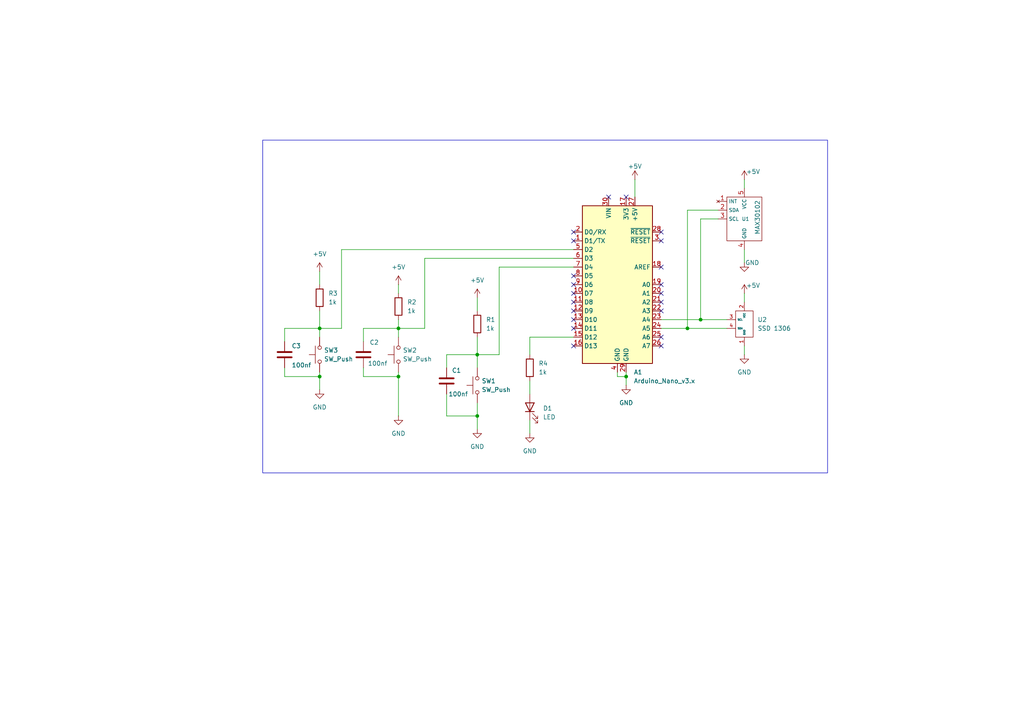
<source format=kicad_sch>
(kicad_sch (version 20231120) (generator "eeschema") (generator_version "8.0")
  (paper "A4")
  (title_block (title "PCB Design") (date "2025-02-14") (comment 3 "PAWANKUMAR  RVISHWAKARMA"))
  (lib_symbols
    (symbol "Device:C" (pin_numbers hide) (pin_names (offset 0.254))
      (property "Reference" "C" (at 0.635 2.54 0))
      (property "Value" "C" (at 0.635 -2.54 0))
      (symbol "C_0_1"
        (polyline (pts (xy -2.032 -0.762) (xy 2.032 -0.762)) (stroke (width 0.508)))
        (polyline (pts (xy -2.032 0.762) (xy 2.032 0.762)) (stroke (width 0.508)))
      )
      (symbol "C_1_1"
        (pin passive line (at 0 3.81 270) (length 2.794) (name "~") (number "1"))
        (pin passive line (at 0 -3.81 90) (length 2.794) (name "~") (number "2"))
      )
    )
    (symbol "Device:LED" (pin_numbers hide) (pin_names (offset 1.016) hide)
      (property "Reference" "D" (at 0 2.54 0))
      (property "Value" "LED" (at 0 -2.54 0))
      (symbol "LED_0_1"
        (polyline (pts (xy -1.27 -1.27) (xy -1.27 1.27)) (stroke (width 0.254)))
        (polyline (pts (xy -1.27 0) (xy 1.27 0)))
        (polyline (pts (xy 1.27 -1.27) (xy 1.27 1.27) (xy -1.27 0) (xy 1.27 -1.27)) (stroke (width 0.254)))
        (polyline (pts (xy -3.048 -0.762) (xy -4.572 -2.286) (xy -3.81 -2.286) (xy -4.572 -2.286) (xy -4.572 -1.524)))
        (polyline (pts (xy -1.778 -0.762) (xy -3.302 -2.286) (xy -2.54 -2.286) (xy -3.302 -2.286) (xy -3.302 -1.524)))
      )
      (symbol "LED_1_1"
        (pin passive line (at -3.81 0 0) (length 2.54) (name "K") (number "1"))
        (pin passive line (at 3.81 0 180) (length 2.54) (name "A") (number "2"))
      )
    )
    (symbol "Device:R" (pin_numbers hide) (pin_names (offset 0))
      (property "Reference" "R" (at 2.032 0 90))
      (property "Value" "R" (at 0 0 90))
      (symbol "R_0_1"
        (rectangle (start -1.016 -2.54) (end 1.016 2.54) (stroke (width 0.254)))
      )
      (symbol "R_1_1"
        (pin passive line (at 0 3.81 270) (length 1.27) (name "~") (number "1"))
        (pin passive line (at 0 -3.81 90) (length 1.27) (name "~") (number "2"))
      )
    )
    (symbol "MCU_Module:Arduino_Nano_v3.x"
      (property "Reference" "A" (at -10.16 23.495 0))
      (property "Value" "Arduino_Nano_v3.x" (at 5.08 -24.13 0))
      (symbol "Arduino_Nano_v3.x_0_1"
        (rectangle (start -10.16 22.86) (end 10.16 -22.86) (stroke (width 0.254)) (fill (type background)))
      )
      (symbol "Arduino_Nano_v3.x_1_1"
        (pin bidirectional line (at -12.7 12.7 0) (length 2.54) (name "D1/TX") (number "1"))
        (pin bidirectional line (at -12.7 -2.54 0) (length 2.54) (name "D7") (number "10"))
        (pin bidirectional line (at -12.7 -5.08 0) (length 2.54) (name "D8") (number "11"))
        (pin bidirectional line (at -12.7 -7.62 0) (length 2.54) (name "D9") (number "12"))
        (pin bidirectional line (at -12.7 -10.16 0) (length 2.54) (name "D10") (number "13"))
        (pin bidirectional line (at -12.7 -12.7 0) (length 2.54) (name "D11") (number "14"))
        (pin bidirectional line (at -12.7 -15.24 0) (length 2.54) (name "D12") (number "15"))
        (pin bidirectional line (at -12.7 -17.78 0) (length 2.54) (name "D13") (number "16"))
        (pin power_out line (at 2.54 25.4 270) (length 2.54) (name "3V3") (number "17"))
        (pin input line (at 12.7 5.08 180) (length 2.54) (name "AREF") (number "18"))
        (pin bidirectional line (at 12.7 0 180) (length 2.54) (name "A0") (number "19"))
        (pin bidirectional line (at -12.7 15.24 0) (length 2.54) (name "D0/RX") (number "2"))
        (pin bidirectional line (at 12.7 -2.54 180) (length 2.54) (name "A1") (number "20"))
        (pin bidirectional line (at 12.7 -5.08 180) (length 2.54) (name "A2") (number "21"))
        (pin bidirectional line (at 12.7 -7.62 180) (length 2.54) (name "A3") (number "22"))
        (pin bidirectional line (at 12.7 -10.16 180) (length 2.54) (name "A4") (number "23"))
        (pin bidirectional line (at 12.7 -12.7 180) (length 2.54) (name "A5") (number "24"))
        (pin bidirectional line (at 12.7 -15.24 180) (length 2.54) (name "A6") (number "25"))
        (pin bidirectional line (at 12.7 -17.78 180) (length 2.54) (name "A7") (number "26"))
        (pin power_out line (at 5.08 25.4 270) (length 2.54) (name "+5V") (number "27"))
        (pin input line (at 12.7 15.24 180) (length 2.54) (name "~{RESET}") (number "28"))
        (pin power_in line (at 2.54 -25.4 90) (length 2.54) (name "GND") (number "29"))
        (pin input line (at 12.7 12.7 180) (length 2.54) (name "~{RESET}") (number "3"))
        (pin power_in line (at -2.54 25.4 270) (length 2.54) (name "VIN") (number "30"))
        (pin power_in line (at 0 -25.4 90) (length 2.54) (name "GND") (number "4"))
        (pin bidirectional line (at -12.7 10.16 0) (length 2.54) (name "D2") (number "5"))
        (pin bidirectional line (at -12.7 7.62 0) (length 2.54) (name "D3") (number "6"))
        (pin bidirectional line (at -12.7 5.08 0) (length 2.54) (name "D4") (number "7"))
        (pin bidirectional line (at -12.7 2.54 0) (length 2.54) (name "D5") (number "8"))
        (pin bidirectional line (at -12.7 0 0) (length 2.54) (name "D6") (number "9"))
      )
    )
    (symbol "SPO2_stuff:MAX30102_Module"
      (property "Reference" "U" (at 0 0 0))
      (property "Value" "MAX30102" (at 3.302 -0.254 90))
      (symbol "MAX30102_Module_1_1"
        (rectangle (start -5.08 6.35) (end 5.08 -6.35))
        (pin no_connect line (at -7.62 5.08 0) (length 2.54) (name "INT") (number "1"))
        (pin bidirectional line (at -7.62 2.54 0) (length 2.54) (name "SDA") (number "2"))
        (pin input line (at -7.62 0 0) (length 2.54) (name "SCL") (number "3"))
        (pin power_in line (at 0 -8.89 90) (length 2.54) (name "GND") (number "4"))
        (pin power_in line (at 0 8.89 270) (length 2.54) (name "VCC") (number "5"))
      )
    )
    (symbol "SPO2_stuff:SSD1306"
      (property "Reference" "U" (at 0 0 0))
      (property "Value" "SSD 1306" (at 7.366 0 0))
      (symbol "SSD1306_0_1"
        (rectangle (start -2.54 3.81) (end 2.54 -3.81))
      )
      (symbol "SSD1306_1_1"
        (pin power_in line (at 0 -6.35 90) (length 2.54) (name "GND") (number "1"))
        (pin power_in line (at 0 6.35 270) (length 2.54) (name "VCC") (number "2"))
        (pin input line (at -5.08 1.27 0) (length 2.54) (name "SCL") (number "3"))
        (pin bidirectional line (at -5.08 -1.27 0) (length 2.54) (name "SDA") (number "4"))
      )
    )
    (symbol "Switch:SW_Push" (pin_numbers hide) (pin_names (offset 1.016) hide)
      (property "Reference" "SW" (at 1.27 2.54 0))
      (property "Value" "SW_Push" (at 0 -1.524 0))
      (symbol "SW_Push_0_1"
        (circle (center -2.032 0) (radius 0.508))
        (polyline (pts (xy 0 1.27) (xy 0 3.048)))
        (polyline (pts (xy 2.54 1.27) (xy -2.54 1.27)))
        (circle (center 2.032 0) (radius 0.508))
        (pin passive line (at -5.08 0 0) (length 2.54) (name "1") (number "1"))
        (pin passive line (at 5.08 0 180) (length 2.54) (name "2") (number "2"))
      )
    )
    (symbol "power:+5V" (power) (pin_numbers hide) (pin_names (offset 0) hide)
      (property "Value" "+5V" (at 0 3.556 0))
      (symbol "+5V_0_1"
        (polyline (pts (xy -0.762 1.27) (xy 0 2.54)))
        (polyline (pts (xy 0 0) (xy 0 2.54)))
        (polyline (pts (xy 0 2.54) (xy 0.762 1.27)))
      )
      (symbol "+5V_1_1"
        (pin power_in line (at 0 0 90) (length 0) (name "~") (number "1"))
      )
    )
    (symbol "power:GND" (power) (pin_numbers hide) (pin_names (offset 0) hide)
      (property "Value" "GND" (at 0 -3.81 0))
      (symbol "GND_0_1"
        (polyline (pts (xy 0 0) (xy 0 -1.27) (xy 1.27 -1.27) (xy 0 -2.54) (xy -1.27 -1.27) (xy 0 -1.27)))
      )
      (symbol "GND_1_1"
        (pin power_in line (at 0 0 270) (length 0) (name "~") (number "1"))
      )
    )
  )
  (junction (at 138.43 102.87))
  (junction (at 199.39 95.25))
  (junction (at 115.57 109.22))
  (junction (at 203.2 92.71))
  (junction (at 115.57 95.25))
  (junction (at 92.71 95.25))
  (junction (at 138.43 120.65))
  (junction (at 92.71 109.22))
  (junction (at 181.61 109.22))
  (no_connect (at 166.37 87.63))
  (no_connect (at 191.77 77.47))
  (no_connect (at 166.37 82.55))
  (no_connect (at 191.77 67.31))
  (no_connect (at 176.53 57.15))
  (no_connect (at 166.37 95.25))
  (no_connect (at 166.37 92.71))
  (no_connect (at 166.37 100.33))
  (no_connect (at 191.77 97.79))
  (no_connect (at 191.77 87.63))
  (no_connect (at 166.37 85.09))
  (no_connect (at 191.77 85.09))
  (no_connect (at 166.37 67.31))
  (no_connect (at 191.77 69.85))
  (no_connect (at 166.37 90.17))
  (no_connect (at 166.37 69.85))
  (no_connect (at 181.61 57.15))
  (no_connect (at 166.37 80.01))
  (no_connect (at 191.77 90.17))
  (no_connect (at 191.77 100.33))
  (no_connect (at 191.77 82.55))
  (wire (pts (xy 153.67 121.92) (xy 153.67 125.73)))
  (wire (pts (xy 129.54 114.3) (xy 129.54 120.65)))
  (wire (pts (xy 105.41 106.68) (xy 105.41 109.22)))
  (wire (pts (xy 82.55 106.68) (xy 82.55 109.22)))
  (wire (pts (xy 115.57 95.25) (xy 123.19 95.25)))
  (wire (pts (xy 153.67 110.49) (xy 153.67 114.3)))
  (wire (pts (xy 115.57 95.25) (xy 115.57 97.79)))
  (wire (pts (xy 92.71 95.25) (xy 99.06 95.25)))
  (wire (pts (xy 181.61 107.95) (xy 181.61 109.22)))
  (wire (pts (xy 129.54 106.68) (xy 129.54 102.87)))
  (wire (pts (xy 115.57 109.22) (xy 115.57 120.65)))
  (wire (pts (xy 203.2 63.5) (xy 203.2 92.71)))
  (wire (pts (xy 203.2 92.71) (xy 210.82 92.71)))
  (wire (pts (xy 215.9 85.09) (xy 215.9 87.63)))
  (wire (pts (xy 179.07 109.22) (xy 181.61 109.22)))
  (wire (pts (xy 215.9 54.61) (xy 215.9 52.07)))
  (wire (pts (xy 138.43 102.87) (xy 144.78 102.87)))
  (wire (pts (xy 181.61 109.22) (xy 181.61 111.76)))
  (wire (pts (xy 92.71 90.17) (xy 92.71 95.25)))
  (wire (pts (xy 138.43 90.17) (xy 138.43 86.36)))
  (wire (pts (xy 92.71 107.95) (xy 92.71 109.22)))
  (wire (pts (xy 115.57 82.55) (xy 115.57 85.09)))
  (wire (pts (xy 215.9 72.39) (xy 215.9 76.2)))
  (wire (pts (xy 99.06 95.25) (xy 99.06 72.39)))
  (wire (pts (xy 191.77 95.25) (xy 199.39 95.25)))
  (wire (pts (xy 92.71 78.74) (xy 92.71 82.55)))
  (wire (pts (xy 92.71 95.25) (xy 92.71 97.79)))
  (wire (pts (xy 208.28 63.5) (xy 203.2 63.5)))
  (wire (pts (xy 153.67 97.79) (xy 153.67 102.87)))
  (wire (pts (xy 144.78 77.47) (xy 166.37 77.47)))
  (wire (pts (xy 82.55 95.25) (xy 92.71 95.25)))
  (wire (pts (xy 105.41 109.22) (xy 115.57 109.22)))
  (wire (pts (xy 129.54 102.87) (xy 138.43 102.87)))
  (wire (pts (xy 123.19 95.25) (xy 123.19 74.93)))
  (wire (pts (xy 166.37 97.79) (xy 153.67 97.79)))
  (wire (pts (xy 105.41 95.25) (xy 115.57 95.25)))
  (wire (pts (xy 215.9 100.33) (xy 215.9 102.87)))
  (wire (pts (xy 138.43 97.79) (xy 138.43 102.87)))
  (wire (pts (xy 82.55 109.22) (xy 92.71 109.22)))
  (wire (pts (xy 129.54 120.65) (xy 138.43 120.65)))
  (wire (pts (xy 138.43 120.65) (xy 138.43 124.46)))
  (wire (pts (xy 184.15 52.07) (xy 184.15 57.15)))
  (wire (pts (xy 82.55 99.06) (xy 82.55 95.25)))
  (wire (pts (xy 138.43 116.84) (xy 138.43 120.65)))
  (wire (pts (xy 99.06 72.39) (xy 166.37 72.39)))
  (wire (pts (xy 92.71 109.22) (xy 92.71 113.03)))
  (wire (pts (xy 179.07 107.95) (xy 179.07 109.22)))
  (wire (pts (xy 199.39 95.25) (xy 210.82 95.25)))
  (wire (pts (xy 115.57 92.71) (xy 115.57 95.25)))
  (wire (pts (xy 199.39 60.96) (xy 199.39 95.25)))
  (wire (pts (xy 123.19 74.93) (xy 166.37 74.93)))
  (wire (pts (xy 115.57 107.95) (xy 115.57 109.22)))
  (wire (pts (xy 191.77 92.71) (xy 203.2 92.71)))
  (wire (pts (xy 138.43 102.87) (xy 138.43 106.68)))
  (wire (pts (xy 105.41 99.06) (xy 105.41 95.25)))
  (wire (pts (xy 208.28 60.96) (xy 199.39 60.96)))
  (wire (pts (xy 144.78 102.87) (xy 144.78 77.47)))
  (rectangle (start 76.2 40.64) (end 240.03 137.16))
  (symbol (lib_id "Device:R") (at 92.71 86.36 0) (unit 1)
    (property "Reference" "R3" (at 95.25 85.0899 0) (effects (justify left)))
    (property "Value" "1k" (at 95.25 87.6299 0) (effects (justify left)))
    (property "Footprint" "Resistor_THT:R_Axial_DIN0207_L6.3mm_D2.5mm_P15.24mm_Horizontal" (effects (hide yes)))
    (property "Description" "Resistor" (effects (hide yes)))
  )
  (symbol (lib_id "power:GND") (at 153.67 125.73 0) (unit 1)
    (property "Reference" "#PWR09" (effects (hide yes)))
    (property "Value" "GND" (at 153.67 130.81 0))
    (property "Description" "Power symbol creates a global label with name \"GND\" , ground" (effects (hide yes)))
  )
  (symbol (lib_id "SPO2_stuff:MAX30102_Module") (at 215.9 63.5 0) (unit 1)
    (property "Reference" "U1" (at 215.138 63.5 0) (effects (font (size 1.016 1.016)) (justify left)))
    (property "Value" "MAX30102" (at 219.71 68.072 90) (effects (justify left)))
    (property "Footprint" "SPO2_stuff:MAX30102" (effects (hide yes)))
  )
  (symbol (lib_id "Switch:SW_Push") (at 92.71 102.87 90) (unit 1)
    (property "Reference" "SW3" (at 93.98 101.5999 90) (effects (justify right)))
    (property "Value" "SW_Push" (at 93.98 104.1399 90) (effects (justify right)))
    (property "Footprint" "Button_Switch_THT:SW_PUSH_6mm" (effects (hide yes)))
    (property "Description" "Push button switch, generic, two pins" (effects (hide yes)))
  )
  (symbol (lib_id "Device:C") (at 82.55 102.87 0) (unit 1)
    (property "Reference" "C3" (at 84.582 100.33 0) (effects (justify left)))
    (property "Value" "100nf" (at 84.582 105.918 0) (effects (justify left)))
    (property "Footprint" "Capacitor_THT:C_Disc_D5.0mm_W2.5mm_P2.50mm" (effects (hide yes)))
    (property "Description" "Unpolarized capacitor" (effects (hide yes)))
  )
  (symbol (lib_id "power:+5V") (at 92.71 78.74 0) (unit 1)
    (property "Reference" "#PWR07" (effects (hide yes)))
    (property "Value" "+5V" (at 92.71 73.66 0))
    (property "Description" "Power symbol creates a global label with name \"+5V\"" (effects (hide yes)))
  )
  (symbol (lib_id "power:GND") (at 181.61 111.76 0) (unit 1)
    (property "Reference" "#PWR01" (effects (hide yes)))
    (property "Value" "GND" (at 181.61 116.84 0))
    (property "Description" "Power symbol creates a global label with name \"GND\" , ground" (effects (hide yes)))
  )
  (symbol (lib_id "power:+5V") (at 184.15 52.07 0) (unit 1)
    (property "Reference" "#PWR02" (effects (hide yes)))
    (property "Value" "+5V" (at 184.15 48.26 0))
    (property "Description" "Power symbol creates a global label with name \"+5V\"" (effects (hide yes)))
  )
  (symbol (lib_id "power:+5V") (at 215.9 85.09 0) (unit 1)
    (property "Reference" "#PWR013" (effects (hide yes)))
    (property "Value" "+5V" (at 218.44 82.804 0))
    (property "Description" "Power symbol creates a global label with name \"+5V\"" (effects (hide yes)))
  )
  (symbol (lib_id "Device:R") (at 153.67 106.68 0) (unit 1)
    (property "Reference" "R4" (at 156.21 105.4099 0) (effects (justify left)))
    (property "Value" "1k" (at 156.21 107.9499 0) (effects (justify left)))
    (property "Footprint" "Resistor_THT:R_Axial_DIN0207_L6.3mm_D2.5mm_P15.24mm_Horizontal" (effects (hide yes)))
    (property "Description" "Resistor" (effects (hide yes)))
  )
  (symbol (lib_id "Device:R") (at 138.43 93.98 0) (unit 1)
    (property "Reference" "R1" (at 140.97 92.7099 0) (effects (justify left)))
    (property "Value" "1k" (at 140.97 95.2499 0) (effects (justify left)))
    (property "Footprint" "Resistor_THT:R_Axial_DIN0207_L6.3mm_D2.5mm_P15.24mm_Horizontal" (effects (hide yes)))
    (property "Description" "Resistor" (effects (hide yes)))
  )
  (symbol (lib_id "Device:C") (at 129.54 110.49 0) (unit 1)
    (property "Reference" "C1" (at 131.064 107.442 0) (effects (justify left)))
    (property "Value" "100nf" (at 130.048 114.3 0) (effects (justify left)))
    (property "Footprint" "Capacitor_THT:C_Disc_D5.0mm_W2.5mm_P2.50mm" (effects (hide yes)))
    (property "Description" "Unpolarized capacitor" (effects (hide yes)))
  )
  (symbol (lib_id "Device:LED") (at 153.67 118.11 90) (unit 1)
    (property "Reference" "D1" (at 157.48 118.4274 90) (effects (justify right)))
    (property "Value" "LED" (at 157.48 120.9674 90) (effects (justify right)))
    (property "Footprint" "LED_THT:LED_D4.0mm" (effects (hide yes)))
    (property "Description" "Light emitting diode" (effects (hide yes)))
  )
  (symbol (lib_id "Device:C") (at 105.41 102.87 0) (unit 1)
    (property "Reference" "C2" (at 107.188 99.314 0) (effects (justify left)))
    (property "Value" "100nf" (at 106.68 105.41 0) (effects (justify left)))
    (property "Footprint" "Capacitor_THT:C_Disc_D5.0mm_W2.5mm_P2.50mm" (effects (hide yes)))
    (property "Description" "Unpolarized capacitor" (effects (hide yes)))
  )
  (symbol (lib_id "SPO2_stuff:SSD1306") (at 215.9 93.98 0) (unit 1)
    (property "Reference" "U2" (at 219.71 92.7099 0) (effects (justify left)))
    (property "Value" "SSD 1306" (at 219.71 95.2499 0) (effects (justify left)))
    (property "Footprint" "SPO2_stuff:SSD1306" (effects (hide yes)))
  )
  (symbol (lib_id "MCU_Module:Arduino_Nano_v3.x") (at 179.07 82.55 0) (unit 1)
    (property "Reference" "A1" (at 183.8041 107.95 0) (effects (justify left)))
    (property "Value" "Arduino_Nano_v3.x" (at 183.8041 110.49 0) (effects (justify left)))
    (property "Footprint" "Module:Arduino_Nano" (effects (hide yes)))
    (property "Datasheet" "http://www.mouser.com/pdfdocs/Gravitech_Arduino_Nano3_0.pdf" (effects (hide yes)))
    (property "Description" "Arduino Nano v3.x" (effects (hide yes)))
  )
  (symbol (lib_id "Switch:SW_Push") (at 138.43 111.76 90) (unit 1)
    (property "Reference" "SW1" (at 139.7 110.4899 90) (effects (justify right)))
    (property "Value" "SW_Push" (at 139.7 113.0299 90) (effects (justify right)))
    (property "Footprint" "Button_Switch_THT:SW_PUSH_6mm" (effects (hide yes)))
    (property "Description" "Push button switch, generic, two pins" (effects (hide yes)))
  )
  (symbol (lib_id "power:+5V") (at 215.9 52.07 0) (unit 1)
    (property "Reference" "#PWR012" (effects (hide yes)))
    (property "Value" "+5V" (at 218.44 49.784 0))
    (property "Description" "Power symbol creates a global label with name \"+5V\"" (effects (hide yes)))
  )
  (symbol (lib_id "power:+5V") (at 115.57 82.55 0) (unit 1)
    (property "Reference" "#PWR05" (effects (hide yes)))
    (property "Value" "+5V" (at 115.57 77.47 0))
    (property "Description" "Power symbol creates a global label with name \"+5V\"" (effects (hide yes)))
  )
  (symbol (lib_id "Device:R") (at 115.57 88.9 0) (unit 1)
    (property "Reference" "R2" (at 118.11 87.6299 0) (effects (justify left)))
    (property "Value" "1k" (at 118.11 90.1699 0) (effects (justify left)))
    (property "Footprint" "Resistor_THT:R_Axial_DIN0207_L6.3mm_D2.5mm_P15.24mm_Horizontal" (effects (hide yes)))
    (property "Description" "Resistor" (effects (hide yes)))
  )
  (symbol (lib_id "power:GND") (at 138.43 124.46 0) (unit 1)
    (property "Reference" "#PWR04" (effects (hide yes)))
    (property "Value" "GND" (at 138.43 129.54 0))
    (property "Description" "Power symbol creates a global label with name \"GND\" , ground" (effects (hide yes)))
  )
  (symbol (lib_id "Switch:SW_Push") (at 115.57 102.87 90) (unit 1)
    (property "Reference" "SW2" (at 116.84 101.5999 90) (effects (justify right)))
    (property "Value" "SW_Push" (at 116.84 104.1399 90) (effects (justify right)))
    (property "Footprint" "Button_Switch_THT:SW_PUSH_6mm" (effects (hide yes)))
    (property "Description" "Push button switch, generic, two pins" (effects (hide yes)))
  )
  (symbol (lib_id "power:GND") (at 92.71 113.03 0) (unit 1)
    (property "Reference" "#PWR08" (effects (hide yes)))
    (property "Value" "GND" (at 92.71 118.11 0))
    (property "Description" "Power symbol creates a global label with name \"GND\" , ground" (effects (hide yes)))
  )
  (symbol (lib_id "power:GND") (at 215.9 102.87 0) (unit 1)
    (property "Reference" "#PWR010" (effects (hide yes)))
    (property "Value" "GND" (at 215.9 107.95 0))
    (property "Description" "Power symbol creates a global label with name \"GND\" , ground" (effects (hide yes)))
  )
  (symbol (lib_id "power:+5V") (at 138.43 86.36 0) (unit 1)
    (property "Reference" "#PWR03" (effects (hide yes)))
    (property "Value" "+5V" (at 138.43 81.28 0))
    (property "Description" "Power symbol creates a global label with name \"+5V\"" (effects (hide yes)))
  )
  (symbol (lib_id "power:GND") (at 215.9 76.2 0) (unit 1)
    (property "Reference" "#PWR011" (effects (hide yes)))
    (property "Value" "GND" (at 218.186 76.2 0))
    (property "Description" "Power symbol creates a global label with name \"GND\" , ground" (effects (hide yes)))
  )
  (symbol (lib_id "power:GND") (at 115.57 120.65 0) (unit 1)
    (property "Reference" "#PWR06" (effects (hide yes)))
    (property "Value" "GND" (at 115.57 125.73 0))
    (property "Description" "Power symbol creates a global label with name \"GND\" , ground" (effects (hide yes)))
  )
)
</source>
